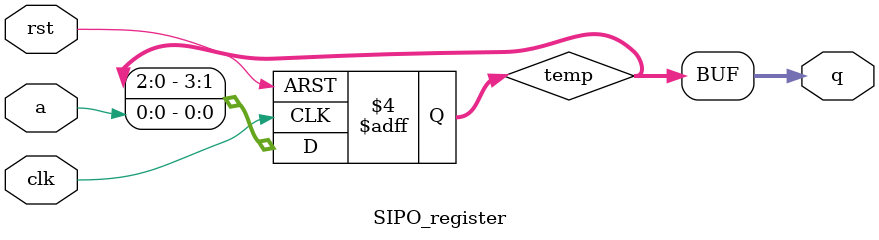
<source format=v>
module SIPO_register(a,clk,rst,q);
	input clk,rst;
	input a;
	output [3:0]q;
wire [3:0]q;
reg [3:0]temp;
always@(posedge clk,posedge rst)
  begin
    if(rst==1'b1)
	temp<=4'b0000;
    else
      begin
	temp<=temp<<1'b1;
	temp[0]<=a;
      end
  end
assign q=temp;
endmodule
</source>
